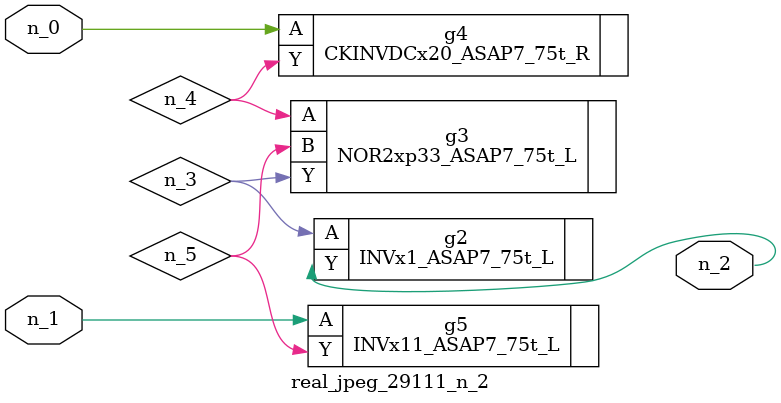
<source format=v>
module real_jpeg_29111_n_2 (n_1, n_0, n_2);

input n_1;
input n_0;

output n_2;

wire n_5;
wire n_4;
wire n_3;

CKINVDCx20_ASAP7_75t_R g4 ( 
.A(n_0),
.Y(n_4)
);

INVx11_ASAP7_75t_L g5 ( 
.A(n_1),
.Y(n_5)
);

INVx1_ASAP7_75t_L g2 ( 
.A(n_3),
.Y(n_2)
);

NOR2xp33_ASAP7_75t_L g3 ( 
.A(n_4),
.B(n_5),
.Y(n_3)
);


endmodule
</source>
